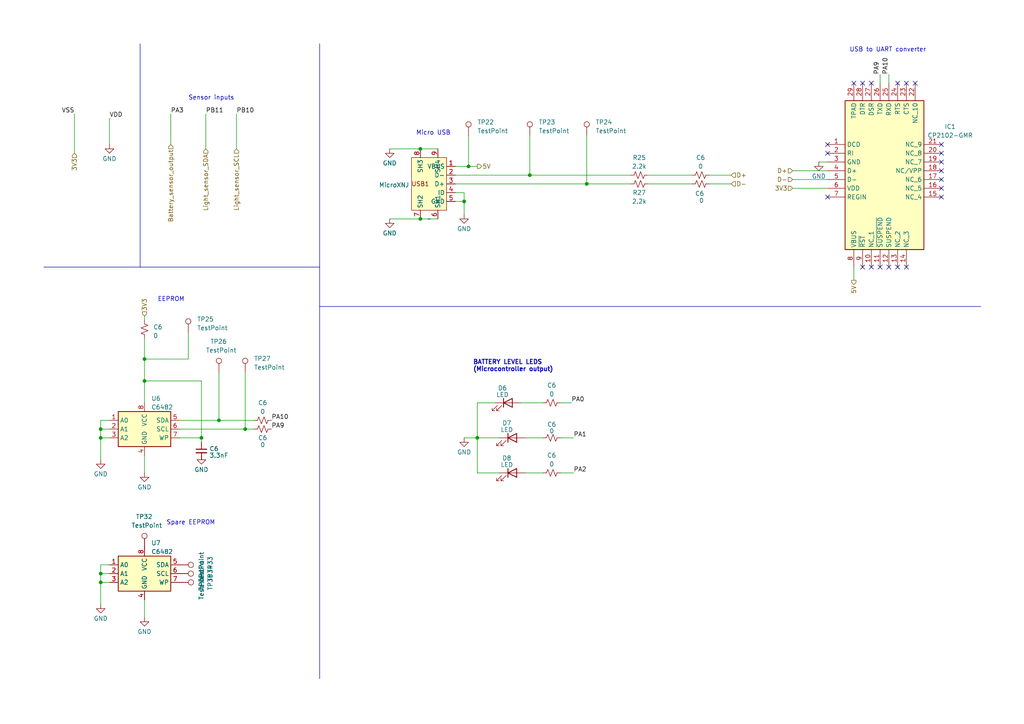
<source format=kicad_sch>
(kicad_sch (version 20230121) (generator eeschema)
  (paper "A4")
  (title_block (title "MICROCONTROLLER") (date "2023-03-13") (rev "2") (company "UCT") (comment 1 "Author: Murray Inglis"))
  (lib_symbols
    (symbol "Connector:TestPoint" (pin_numbers hide) (pin_names (offset 0.762) hide)
      (property "Reference" "TP" (at 0 6.858 0))
      (property "Value" "TestPoint" (at 0 5.08 0))
      (symbol "TestPoint_0_1"
        (circle (center 0 3.302) (radius 0.762))
      )
      (symbol "TestPoint_1_1"
        (pin passive line (at 0 0 90) (length 2.54) (name "1") (number "1"))
      )
    )
    (symbol "DEBUGGER:CP2102-GMR"
      (property "Reference" "IC" (at 29.21 17.78 0))
      (property "Value" "CP2102-GMR" (at 29.21 15.24 0))
      (symbol "CP2102-GMR_1_1"
        (rectangle (start 5.08 12.7) (end 27.94 -30.48) (stroke (width 0.254)) (fill (type background)))
        (pin passive line (at 0 0 0) (length 5.08) (name "DCD") (number "1"))
        (pin passive line (at 12.7 -35.56 90) (length 5.08) (name "NC_1") (number "10"))
        (pin passive line (at 15.24 -35.56 90) (length 5.08) (name "~{SUSPEND}") (number "11"))
        (pin passive line (at 17.78 -35.56 90) (length 5.08) (name "SUSPEND") (number "12"))
        (pin passive line (at 20.32 -35.56 90) (length 5.08) (name "NC_2") (number "13"))
        (pin passive line (at 22.86 -35.56 90) (length 5.08) (name "NC_3") (number "14"))
        (pin passive line (at 33.02 -15.24 180) (length 5.08) (name "NC_4") (number "15"))
        (pin passive line (at 33.02 -12.7 180) (length 5.08) (name "NC_5") (number "16"))
        (pin passive line (at 33.02 -10.16 180) (length 5.08) (name "NC_6") (number "17"))
        (pin passive line (at 33.02 -7.62 180) (length 5.08) (name "NC/VPP") (number "18"))
        (pin passive line (at 33.02 -5.08 180) (length 5.08) (name "NC_7") (number "19"))
        (pin passive line (at 0 -2.54 0) (length 5.08) (name "RI") (number "2"))
        (pin passive line (at 33.02 -2.54 180) (length 5.08) (name "NC_8") (number "20"))
        (pin passive line (at 33.02 0 180) (length 5.08) (name "NC_9") (number "21"))
        (pin passive line (at 25.4 17.78 270) (length 5.08) (name "NC_10") (number "22"))
        (pin passive line (at 22.86 17.78 270) (length 5.08) (name "CTS") (number "23"))
        (pin passive line (at 20.32 17.78 270) (length 5.08) (name "RTS") (number "24"))
        (pin passive line (at 17.78 17.78 270) (length 5.08) (name "RXD") (number "25"))
        (pin passive line (at 15.24 17.78 270) (length 5.08) (name "TXD") (number "26"))
        (pin passive line (at 12.7 17.78 270) (length 5.08) (name "DSR") (number "27"))
        (pin passive line (at 10.16 17.78 270) (length 5.08) (name "DTR") (number "28"))
        (pin passive line (at 7.62 17.78 270) (length 5.08) (name "TPAD") (number "29"))
        (pin passive line (at 0 -5.08 0) (length 5.08) (name "GND") (number "3"))
        (pin passive line (at 0 -7.62 0) (length 5.08) (name "D+") (number "4"))
        (pin passive line (at 0 -10.16 0) (length 5.08) (name "D-") (number "5"))
        (pin passive line (at 0 -12.7 0) (length 5.08) (name "VDD") (number "6"))
        (pin passive line (at 0 -15.24 0) (length 5.08) (name "REGIN") (number "7"))
        (pin passive line (at 7.62 -35.56 90) (length 5.08) (name "VBUS") (number "8"))
        (pin passive line (at 10.16 -35.56 90) (length 5.08) (name "~{RST}") (number "9"))
      )
    )
    (symbol "DEBUGGER:Micro_usb"
      (property "Reference" "U" (at 0 0 0))
      (symbol "Micro_usb_0_1"
        (rectangle (start -5.08 -2.54) (end 5.08 -17.78) (fill (type background)))
        (text "USB1" (at 2.54 -10.16 0) (effects (font (size 1.27 1.27))))
      )
      (symbol "Micro_usb_1_1"
        (pin input line (at -7.62 -15.24 0) (length 2.54) (name "VBUS") (number "1"))
        (pin input line (at -7.62 -12.7 0) (length 2.54) (name "D-") (number "2"))
        (pin input line (at -7.62 -10.16 0) (length 2.54) (name "D+") (number "3"))
        (pin input line (at -7.62 -7.62 0) (length 2.54) (name "ID") (number "4"))
        (pin input line (at -7.62 -5.08 0) (length 2.54) (name "GND") (number "5"))
        (pin input line (at -2.54 0 270) (length 2.54) (name "SH1") (number "6"))
        (pin input line (at 2.54 0 270) (length 2.54) (name "SH2") (number "7"))
        (pin input line (at 2.54 -20.32 90) (length 2.54) (name "SH3") (number "8"))
        (pin input line (at -2.54 -20.32 90) (length 2.54) (name "SH4") (number "9"))
      )
    )
    (symbol "Device:C_Small" (pin_numbers hide) (pin_names (offset 0.254) hide)
      (property "Reference" "C" (at 0.254 1.778 0))
      (property "Value" "C_Small" (at 0.254 -2.032 0))
      (symbol "C_Small_0_1"
        (polyline (pts (xy -1.524 -0.508) (xy 1.524 -0.508)) (stroke (width 0.3302)))
        (polyline (pts (xy -1.524 0.508) (xy 1.524 0.508)) (stroke (width 0.3048)))
      )
      (symbol "C_Small_1_1"
        (pin passive line (at 0 2.54 270) (length 2.032) (name "~") (number "1"))
        (pin passive line (at 0 -2.54 90) (length 2.032) (name "~") (number "2"))
      )
    )
    (symbol "Device:LED" (pin_numbers hide) (pin_names (offset 1.016) hide)
      (property "Reference" "D" (at 0 2.54 0))
      (property "Value" "LED" (at 0 -2.54 0))
      (symbol "LED_0_1"
        (polyline (pts (xy -1.27 -1.27) (xy -1.27 1.27)) (stroke (width 0.254)))
        (polyline (pts (xy -1.27 0) (xy 1.27 0)))
        (polyline (pts (xy 1.27 -1.27) (xy 1.27 1.27) (xy -1.27 0) (xy 1.27 -1.27)) (stroke (width 0.254)))
        (polyline (pts (xy -3.048 -0.762) (xy -4.572 -2.286) (xy -3.81 -2.286) (xy -4.572 -2.286) (xy -4.572 -1.524)))
        (polyline (pts (xy -1.778 -0.762) (xy -3.302 -2.286) (xy -2.54 -2.286) (xy -3.302 -2.286) (xy -3.302 -1.524)))
      )
      (symbol "LED_1_1"
        (pin passive line (at -3.81 0 0) (length 2.54) (name "K") (number "1"))
        (pin passive line (at 3.81 0 180) (length 2.54) (name "A") (number "2"))
      )
    )
    (symbol "Device:R_Small_US" (pin_numbers hide) (pin_names (offset 0.254) hide)
      (property "Reference" "R" (at 0.762 0.508 0))
      (property "Value" "R_Small_US" (at 0.762 -1.016 0))
      (symbol "R_Small_US_1_1"
        (polyline (pts (xy 0 0) (xy 1.016 -0.381) (xy 0 -0.762) (xy -1.016 -1.143) (xy 0 -1.524)))
        (polyline (pts (xy 0 1.524) (xy 1.016 1.143) (xy 0 0.762) (xy -1.016 0.381) (xy 0 0)))
        (pin passive line (at 0 2.54 270) (length 1.016) (name "~") (number "1"))
        (pin passive line (at 0 -2.54 90) (length 1.016) (name "~") (number "2"))
      )
    )
    (symbol "Memory_EEPROM:24LC08"
      (property "Reference" "U" (at -6.35 6.35 0))
      (property "Value" "24LC08" (at 1.27 6.35 0))
      (symbol "24LC08_1_1"
        (rectangle (start -7.62 5.08) (end 7.62 -5.08) (stroke (width 0.254)) (fill (type background)))
        (pin input line (at -10.16 2.54 0) (length 2.54) (name "A0") (number "1"))
        (pin input line (at -10.16 0 0) (length 2.54) (name "A1") (number "2"))
        (pin input line (at -10.16 -2.54 0) (length 2.54) (name "A2") (number "3"))
        (pin power_in line (at 0 -7.62 90) (length 2.54) (name "GND") (number "4"))
        (pin bidirectional line (at 10.16 2.54 180) (length 2.54) (name "SDA") (number "5"))
        (pin input line (at 10.16 0 180) (length 2.54) (name "SCL") (number "6"))
        (pin input line (at 10.16 -2.54 180) (length 2.54) (name "WP") (number "7"))
        (pin power_in line (at 0 7.62 270) (length 2.54) (name "VCC") (number "8"))
      )
    )
    (symbol "power:GND" (power) (pin_names (offset 0))
      (property "Value" "GND" (at 0 -3.81 0))
      (symbol "GND_0_1"
        (polyline (pts (xy 0 0) (xy 0 -1.27) (xy 1.27 -1.27) (xy 0 -2.54) (xy -1.27 -1.27) (xy 0 -1.27)))
      )
      (symbol "GND_1_1"
        (pin power_in line (at 0 0 270) (length 0) hide (name "GND") (number "1"))
      )
    )
  )
  (junction (at 71.12 124.46))
  (junction (at 121.92 43.18))
  (junction (at 170.18 53.34))
  (junction (at 29.21 168.91))
  (junction (at 41.91 104.14))
  (junction (at 121.92 63.5))
  (junction (at 134.62 58.42))
  (junction (at 135.89 48.26))
  (junction (at 63.5 121.92))
  (junction (at 29.21 127))
  (junction (at 58.42 127))
  (junction (at 138.43 127))
  (junction (at 153.67 50.8))
  (junction (at 29.21 166.37))
  (junction (at 41.91 110.49))
  (junction (at 29.21 124.46))
  (no_connect (at 240.03 57.15))
  (no_connect (at 240.03 41.91))
  (no_connect (at 273.05 52.07))
  (no_connect (at 250.19 24.13))
  (no_connect (at 260.35 77.47))
  (no_connect (at 273.05 49.53))
  (no_connect (at 260.35 24.13))
  (no_connect (at 255.27 77.47))
  (no_connect (at 262.89 77.47))
  (no_connect (at 273.05 46.99))
  (no_connect (at 247.65 24.13))
  (no_connect (at 250.19 77.47))
  (no_connect (at 273.05 54.61))
  (no_connect (at 265.43 24.13))
  (no_connect (at 252.73 24.13))
  (no_connect (at 273.05 41.91))
  (no_connect (at 273.05 44.45))
  (no_connect (at 262.89 24.13))
  (no_connect (at 240.03 44.45))
  (no_connect (at 252.73 77.47))
  (no_connect (at 273.05 57.15))
  (no_connect (at 257.81 77.47))
  (wire (pts (xy 49.53 33.02) (xy 49.53 41.91)))
  (wire (pts (xy 54.61 96.52) (xy 54.61 104.14)))
  (wire (pts (xy 29.21 127) (xy 31.75 127)))
  (polyline (pts (xy 40.64 12.7) (xy 40.64 77.47)))
  (wire (pts (xy 162.56 127) (xy 166.37 127)))
  (wire (pts (xy 144.78 137.16) (xy 138.43 137.16)))
  (wire (pts (xy 132.08 58.42) (xy 134.62 58.42)))
  (wire (pts (xy 134.62 127) (xy 138.43 127)))
  (wire (pts (xy 63.5 121.92) (xy 73.66 121.92)))
  (wire (pts (xy 71.12 107.95) (xy 71.12 124.46)))
  (wire (pts (xy 58.42 110.49) (xy 58.42 127)))
  (wire (pts (xy 113.03 43.18) (xy 121.92 43.18)))
  (wire (pts (xy 41.91 104.14) (xy 41.91 110.49)))
  (polyline (pts (xy 92.71 88.9) (xy 284.48 88.9)))
  (polyline (pts (xy 12.7 77.47) (xy 92.71 77.47)))
  (wire (pts (xy 31.75 121.92) (xy 29.21 121.92)))
  (wire (pts (xy 121.92 43.18) (xy 127 43.18)))
  (polyline (pts (xy 92.71 77.47) (xy 92.71 88.9)))
  (wire (pts (xy 21.59 44.45) (xy 21.59 33.02)))
  (wire (pts (xy 247.65 77.47) (xy 247.65 81.28)))
  (wire (pts (xy 162.56 116.84) (xy 165.735 116.84)))
  (wire (pts (xy 41.91 91.694) (xy 41.91 92.964)))
  (wire (pts (xy 41.91 104.14) (xy 54.61 104.14)))
  (wire (pts (xy 121.92 63.5) (xy 127 63.5)))
  (wire (pts (xy 58.42 132.08) (xy 58.42 133.35)))
  (wire (pts (xy 41.91 110.49) (xy 58.42 110.49)))
  (wire (pts (xy 187.96 53.34) (xy 200.66 53.34)))
  (wire (pts (xy 71.12 124.46) (xy 73.66 124.46)))
  (wire (pts (xy 113.03 63.5) (xy 121.92 63.5)))
  (wire (pts (xy 29.21 127) (xy 29.21 133.35)))
  (wire (pts (xy 132.08 48.26) (xy 135.89 48.26)))
  (wire (pts (xy 132.08 55.88) (xy 134.62 55.88)))
  (wire (pts (xy 29.21 121.92) (xy 29.21 124.46)))
  (wire (pts (xy 52.07 127) (xy 58.42 127)))
  (wire (pts (xy 29.21 168.91) (xy 31.75 168.91)))
  (polyline (pts (xy 92.71 88.9) (xy 92.71 196.85)))
  (wire (pts (xy 162.56 137.16) (xy 166.37 137.16)))
  (wire (pts (xy 205.74 50.8) (xy 212.09 50.8)))
  (wire (pts (xy 152.4 127) (xy 157.48 127)))
  (wire (pts (xy 68.58 33.02) (xy 68.58 43.18)))
  (wire (pts (xy 29.21 163.83) (xy 29.21 166.37)))
  (wire (pts (xy 257.81 21.59) (xy 257.81 24.13)))
  (wire (pts (xy 170.18 39.37) (xy 170.18 53.34)))
  (wire (pts (xy 52.07 124.46) (xy 71.12 124.46)))
  (wire (pts (xy 31.75 34.29) (xy 31.75 41.91)))
  (wire (pts (xy 229.87 54.61) (xy 240.03 54.61)))
  (wire (pts (xy 41.91 173.99) (xy 41.91 179.07)))
  (wire (pts (xy 151.13 116.84) (xy 157.48 116.84)))
  (wire (pts (xy 138.43 127) (xy 138.43 116.84)))
  (wire (pts (xy 58.42 127) (xy 58.42 128.27)))
  (wire (pts (xy 152.4 137.16) (xy 157.48 137.16)))
  (wire (pts (xy 31.75 163.83) (xy 29.21 163.83)))
  (wire (pts (xy 134.62 58.42) (xy 134.62 62.23)))
  (wire (pts (xy 59.69 33.02) (xy 59.69 43.18)))
  (polyline (pts (xy 92.71 12.7) (xy 92.71 77.47)))
  (wire (pts (xy 135.89 48.26) (xy 138.43 48.26)))
  (wire (pts (xy 29.21 168.91) (xy 29.21 175.26)))
  (wire (pts (xy 144.78 127) (xy 138.43 127)))
  (wire (pts (xy 29.21 166.37) (xy 29.21 168.91)))
  (wire (pts (xy 138.43 137.16) (xy 138.43 127)))
  (wire (pts (xy 135.89 39.37) (xy 135.89 48.26)))
  (wire (pts (xy 41.91 132.08) (xy 41.91 137.16)))
  (wire (pts (xy 187.96 50.8) (xy 200.66 50.8)))
  (wire (pts (xy 153.67 39.37) (xy 153.67 50.8)))
  (wire (pts (xy 134.62 55.88) (xy 134.62 58.42)))
  (wire (pts (xy 29.21 124.46) (xy 31.75 124.46)))
  (wire (pts (xy 29.21 166.37) (xy 31.75 166.37)))
  (wire (pts (xy 153.67 50.8) (xy 182.88 50.8)))
  (wire (pts (xy 63.5 107.95) (xy 63.5 121.92)))
  (wire (pts (xy 41.91 98.044) (xy 41.91 104.14)))
  (wire (pts (xy 170.18 53.34) (xy 182.88 53.34)))
  (wire (pts (xy 29.21 124.46) (xy 29.21 127)))
  (wire (pts (xy 132.08 50.8) (xy 153.67 50.8)))
  (wire (pts (xy 41.91 110.49) (xy 41.91 116.84)))
  (wire (pts (xy 52.07 121.92) (xy 63.5 121.92)))
  (wire (pts (xy 229.87 52.07) (xy 240.03 52.07)))
  (wire (pts (xy 237.49 46.99) (xy 240.03 46.99)))
  (wire (pts (xy 132.08 53.34) (xy 170.18 53.34)))
  (wire (pts (xy 255.27 21.59) (xy 255.27 24.13)))
  (wire (pts (xy 205.74 53.34) (xy 212.09 53.34)))
  (wire (pts (xy 138.43 116.84) (xy 143.51 116.84)))
  (wire (pts (xy 229.87 49.53) (xy 240.03 49.53)))
  (text "USB to UART converter\n" (at 246.38 15.24 0) (effects (font (size 1.27 1.27)) (justify left bottom)))
  (text "EEPROM" (at 45.72 87.63 0) (effects (font (size 1.27 1.27)) (justify left bottom)))
  (text "Sensor inputs\n" (at 54.61 29.21 0) (effects (font (size 1.27 1.27)) (justify left bottom)))
  (text "BATTERY LEVEL LEDS\n(Microcontroller output)\n" (at 137.16 107.95 0) (effects (font (size 1.27 1.27) bold) (justify left bottom)))
  (text "Micro USB" (at 120.65 39.37 0) (effects (font (size 1.27 1.27)) (justify left bottom)))
  (text "Spare EEPROM" (at 48.26 152.4 0) (effects (font (size 1.27 1.27)) (justify left bottom)))
  (label "PA9" (at 78.74 124.46 0))
  (label "PA0" (at 165.735 116.84 0))
  (label "VSS" (at 21.59 33.02 180))
  (label "PA3" (at 49.53 33.02 0))
  (label "VDD" (at 31.75 34.29 0))
  (label "PB11" (at 59.69 33.02 0))
  (label "PA9" (at 255.27 21.59 90))
  (label "PB10" (at 68.58 33.02 0))
  (label "PA10" (at 257.81 21.59 90))
  (label "PA10" (at 78.74 121.92 0))
  (label "PA1" (at 166.37 127 0))
  (label "PA2" (at 166.37 137.16 0))
  (hierarchical_label "D-" (shape input) (at 212.09 53.34 0))
  (hierarchical_label "3V3" (shape input) (at 41.91 91.694 90))
  (hierarchical_label "Light_sensor_SDA" (shape input) (at 59.69 43.18 270))
  (hierarchical_label "5V" (shape output) (at 247.65 81.28 270))
  (hierarchical_label "D-" (shape input) (at 229.87 52.07 180))
  (hierarchical_label "3V3" (shape input) (at 21.59 44.45 270))
  (hierarchical_label "5V" (shape output) (at 138.43 48.26 0))
  (hierarchical_label "Light_sensor_SCL" (shape input) (at 68.58 43.18 270))
  (hierarchical_label "3V3" (shape input) (at 229.87 54.61 180))
  (hierarchical_label "Battery_sensor_output" (shape input) (at 49.53 41.91 270))
  (hierarchical_label "D+" (shape input) (at 229.87 49.53 180))
  (hierarchical_label "D+" (shape input) (at 212.09 50.8 0))
  (symbol (lib_id "power:GND") (at 31.75 41.91 0) (unit 1)
    (property "Reference" "#PWR09" (effects hide))
    (property "Value" "GND" (at 31.75 46.0455 0))
  )
  (symbol (lib_id "power:GND") (at 29.21 133.35 0) (unit 1)
    (property "Reference" "#PWR016" (effects hide))
    (property "Value" "GND" (at 29.21 137.4855 0))
  )
  (symbol (lib_id "Device:R_Small_US") (at 160.02 137.16 90) (unit 1)
    (property "Reference" "C6" (at 160.02 132.08 90))
    (property "Value" "0" (at 160.02 134.62 90))
    (property "PART " "    C4177" (effects hide))
    (property "Unit Price" "0.0012" (effects hide))
    (instances (project "SCHEMATICS" (path "" (reference "C6") (unit 1)) (path "" (reference "C8") (unit 1)) (path "" (reference "R31") (unit 1))))
  )
  (symbol (lib_id "Device:R_Small_US") (at 203.2 53.34 90) (unit 1)
    (property "Reference" "C6" (at 202.946 56.134 90))
    (property "Value" "0" (at 203.454 58.166 90))
    (property "PART " "    C4177" (effects hide))
    (property "Unit Price" "0.0012" (effects hide))
    (instances (project "SCHEMATICS" (path "" (reference "C6") (unit 1)) (path "" (reference "C8") (unit 1)) (path "" (reference "R28") (unit 1))))
  )
  (symbol (lib_id "Memory_EEPROM:24LC08") (at 41.91 124.46 0) (unit 1)
    (property "Reference" "U6" (at 43.8659 115.57 0) (effects (justify left)))
    (property "Value" "C6482" (at 43.8659 118.11 0) (effects (justify left)))
    (property "Datasheet" "http://ww1.microchip.com/downloads/en/DeviceDoc/21710J.pdf" (effects hide))
    (property "Extended" "YES" (effects hide))
    (property "Unit Price" "0.0920" (effects hide))
    (property "PART " "C2987267" (effects hide))
  )
  (symbol (lib_id "Device:R_Small_US") (at 41.91 95.504 180) (unit 1)
    (property "Reference" "C6" (at 44.45 94.869 0) (effects (justify right)))
    (property "Value" "0" (at 44.45 97.409 0) (effects (justify right)))
    (property "PART " "    C4177" (effects hide))
    (property "Unit Price" "0.0012" (effects hide))
    (instances (project "SCHEMATICS" (path "" (reference "C6") (unit 1)) (path "" (reference "C8") (unit 1)) (path "" (reference "R34") (unit 1))))
  )
  (symbol (lib_id "power:GND") (at 134.62 127 0) (unit 1)
    (property "Reference" "#PWR019" (effects hide))
    (property "Value" "GND" (at 134.62 131.1355 0))
  )
  (symbol (lib_id "Connector:TestPoint") (at 153.67 39.37 0) (unit 1)
    (property "Reference" "TP23" (at 156.21 35.433 0) (effects (justify left)))
    (property "Value" "TestPoint" (at 156.21 37.973 0) (effects (justify left)))
    (property "PART " "    TP23" (effects hide))
  )
  (symbol (lib_id "Device:R_Small_US") (at 76.2 124.46 90) (unit 1)
    (property "Reference" "C6" (at 76.2 127 90))
    (property "Value" "0" (at 76.2 129.032 90))
    (property "PART " "    C4177" (effects hide))
    (property "Unit Price" "0.0012" (effects hide))
    (instances (project "SCHEMATICS" (path "" (reference "C6") (unit 1)) (path "" (reference "C8") (unit 1)) (path "" (reference "R33") (unit 1))))
  )
  (symbol (lib_id "power:GND") (at 29.21 175.26 0) (unit 1)
    (property "Reference" "#PWR03" (effects hide))
    (property "Value" "GND" (at 29.21 179.3955 0))
  )
  (symbol (lib_id "Device:R_Small_US") (at 185.42 53.34 90) (unit 1)
    (property "Reference" "R27" (at 185.42 55.88 90))
    (property "Value" "2.2k" (at 185.42 58.42 90))
    (property "PART " "    C17520" (effects hide))
    (property "Unit Price" "0.0017" (effects hide))
  )
  (symbol (lib_id "Device:R_Small_US") (at 160.02 116.84 90) (unit 1)
    (property "Reference" "C6" (at 160.02 111.76 90))
    (property "Value" "0" (at 160.02 114.3 90))
    (property "PART " "    C4177" (effects hide))
    (property "Unit Price" "0.0012" (effects hide))
    (instances (project "SCHEMATICS" (path "" (reference "C6") (unit 1)) (path "" (reference "C8") (unit 1)) (path "" (reference "R29") (unit 1))))
  )
  (symbol (lib_id "Device:R_Small_US") (at 76.2 121.92 90) (unit 1)
    (property "Reference" "C6" (at 76.2 116.84 90))
    (property "Value" "0" (at 76.2 119.38 90))
    (property "PART " "    C4177" (effects hide))
    (property "Unit Price" "0.0012" (effects hide))
    (instances (project "SCHEMATICS" (path "" (reference "C6") (unit 1)) (path "" (reference "C8") (unit 1)) (path "" (reference "R32") (unit 1))))
  )
  (symbol (lib_id "Device:LED") (at 147.32 116.84 0) (unit 1)
    (property "Reference" "D6" (at 145.7325 112.5601 0))
    (property "Value" "LED" (at 145.7325 114.4811 0))
    (property "Unit Price" "0.0054" (effects hide))
    (property "PART " "    C2286" (effects hide))
  )
  (symbol (lib_id "DEBUGGER:CP2102-GMR") (at 240.03 41.91 0) (unit 1)
    (property "Reference" "IC1" (at 275.59 36.7283 0))
    (property "Value" "CP2102-GMR" (at 275.59 39.2683 0))
    (property "Footprint" "QFN50P500X500X100-29N-D" (effects hide))
    (property "Datasheet" "https://www.silabs.com/Support%20Documents/TechnicalDocs/CP2102-9.pdf" (effects hide))
    (property "Height" "1" (effects hide))
    (property "Manufacturer_Name" "Silicon Labs" (effects hide))
    (property "Manufacturer_Part_Number" "CP2102-GMR" (effects hide))
    (property "Mouser Part Number" "634-CP2102-GMR" (effects hide))
    (property "Mouser Price/Stock" "https://www.mouser.co.uk/ProductDetail/Silicon-Labs/CP2102-GMR?qs=cNyzPCcHMUWu%2FiPhR8KQAw%3D%3D" (effects hide))
    (property "Arrow Part Number" "CP2102-GMR" (effects hide))
    (property "Arrow Price/Stock" "https://www.arrow.com/en/products/cp2102-gmr/silicon-labs?region=nac" (effects hide))
  )
  (symbol (lib_id "power:GND") (at 41.91 179.07 0) (unit 1)
    (property "Reference" "#PWR04" (effects hide))
    (property "Value" "GND" (at 41.91 183.2055 0))
  )
  (symbol (lib_id "Device:C_Small") (at 58.42 130.81 0) (unit 1)
    (property "Reference" "C6" (at 60.7441 130.1726 0) (effects (justify left)))
    (property "Value" "3.3nF" (at 60.7441 132.0936 0) (effects (justify left)))
    (property "Unit Price" "0.0058" (effects hide))
    (property "PART " "    C1613" (effects hide))
  )
  (symbol (lib_id "Connector:TestPoint") (at 135.89 39.37 0) (unit 1)
    (property "Reference" "TP22" (at 138.43 35.433 0) (effects (justify left)))
    (property "Value" "TestPoint" (at 138.43 37.973 0) (effects (justify left)))
    (property "PART " "    TP22" (effects hide))
  )
  (symbol (lib_id "power:GND") (at 134.62 62.23 0) (unit 1)
    (property "Reference" "#PWR011" (effects hide))
    (property "Value" "GND" (at 134.62 66.3655 0))
  )
  (symbol (lib_id "Connector:TestPoint") (at 52.07 163.83 270) (unit 1)
    (property "Reference" "TP33" (at 60.96 161.29 0) (effects (justify left)))
    (property "Value" "TestPoint" (at 58.42 160.02 0) (effects (justify left)))
    (property "PART " "    TP26" (effects hide))
  )
  (symbol (lib_id "Device:R_Small_US") (at 185.42 50.8 90) (unit 1)
    (property "Reference" "R25" (at 185.42 45.72 90))
    (property "Value" "2.2k" (at 185.42 48.26 90))
    (property "PART " "    C17520" (effects hide))
    (property "Unit Price" "0.0017" (effects hide))
  )
  (symbol (lib_id "power:GND") (at 113.03 63.5 0) (unit 1)
    (property "Reference" "#PWR013" (effects hide))
    (property "Value" "GND" (at 113.03 67.6355 0))
  )
  (symbol (lib_id "Device:R_Small_US") (at 203.2 50.8 90) (unit 1)
    (property "Reference" "C6" (at 203.2 45.72 90))
    (property "Value" "0" (at 203.2 48.26 90))
    (property "PART " "    C4177" (effects hide))
    (property "Unit Price" "0.0012" (effects hide))
    (instances (project "SCHEMATICS" (path "" (reference "C6") (unit 1)) (path "" (reference "C8") (unit 1)) (path "" (reference "R26") (unit 1))))
  )
  (symbol (lib_id "power:GND") (at 58.42 132.08 0) (unit 1)
    (property "Reference" "#PWR015" (effects hide))
    (property "Value" "GND" (at 58.42 136.2155 0))
  )
  (symbol (lib_id "power:GND") (at 113.03 43.18 0) (unit 1)
    (property "Reference" "#PWR012" (effects hide))
    (property "Value" "GND" (at 113.03 47.3155 0))
  )
  (symbol (lib_id "Connector:TestPoint") (at 52.07 166.37 270) (unit 1)
    (property "Reference" "TP34" (at 60.96 163.83 0) (effects (justify left)))
    (property "Value" "TestPoint" (at 58.42 162.56 0) (effects (justify left)))
    (property "PART " "    TP26" (effects hide))
  )
  (symbol (lib_id "Connector:TestPoint") (at 170.18 39.37 0) (unit 1)
    (property "Reference" "TP24" (at 172.72 35.433 0) (effects (justify left)))
    (property "Value" "TestPoint" (at 172.72 37.973 0) (effects (justify left)))
    (property "PART " "    TP24" (effects hide))
  )
  (symbol (lib_id "Device:LED") (at 148.59 137.16 0) (unit 1)
    (property "Reference" "D8" (at 147.0025 132.8801 0))
    (property "Value" "LED" (at 147.0025 134.8011 0))
    (property "Unit Price" "0.0054" (effects hide))
    (property "PART " "    C2286" (effects hide))
  )
  (symbol (lib_id "Connector:TestPoint") (at 52.07 168.91 270) (unit 1)
    (property "Reference" "TP35" (at 60.96 166.37 0) (effects (justify left)))
    (property "Value" "TestPoint" (at 58.42 165.1 0) (effects (justify left)))
    (property "PART " "    TP26" (effects hide))
  )
  (symbol (lib_id "Connector:TestPoint") (at 41.91 158.75 0) (unit 1)
    (property "Reference" "TP32" (at 39.37 149.86 0) (effects (justify left)))
    (property "Value" "TestPoint" (at 38.1 152.4 0) (effects (justify left)))
    (property "PART " "    TP26" (effects hide))
  )
  (symbol (lib_id "power:GND") (at 237.49 46.99 0) (unit 1)
    (property "Reference" "#PWR01" (effects hide))
    (property "Value" "GND" (at 237.49 51.1255 0))
  )
  (symbol (lib_id "Device:R_Small_US") (at 160.02 127 90) (unit 1)
    (property "Reference" "C6" (at 160.02 123.1011 90))
    (property "Value" "0" (at 160.02 125.0221 90))
    (property "PART " "    C4177" (effects hide))
    (property "Unit Price" "0.0012" (effects hide))
    (instances (project "SCHEMATICS" (path "" (reference "C6") (unit 1)) (path "" (reference "C8") (unit 1)) (path "" (reference "R30") (unit 1))))
  )
  (symbol (lib_id "power:GND") (at 41.91 137.16 0) (unit 1)
    (property "Reference" "#PWR014" (effects hide))
    (property "Value" "GND" (at 41.91 141.2955 0))
  )
  (symbol (lib_id "DEBUGGER:Micro_usb") (at 124.46 63.5 180) (unit 1)
    (property "Reference" "MicroXNJ" (at 118.7037 53.6568 0) (effects (justify left)))
    (property "Value" "~" (at 124.46 63.5 0))
    (property "Extended" "YES" (effects hide))
    (property "Unit Price" "0.0333" (effects hide))
    (property "PART " "    C404969" (effects hide))
  )
  (symbol (lib_id "Connector:TestPoint") (at 63.5 107.95 0) (unit 1)
    (property "Reference" "TP26" (at 60.96 99.06 0) (effects (justify left)))
    (property "Value" "TestPoint" (at 59.69 101.6 0) (effects (justify left)))
    (property "PART " "    TP26" (effects hide))
  )
  (symbol (lib_id "Device:LED") (at 148.59 127 0) (unit 1)
    (property "Reference" "D7" (at 147.0025 122.7201 0))
    (property "Value" "LED" (at 147.0025 124.6411 0))
    (property "Unit Price" "0.0054" (effects hide))
    (property "PART " "    C2286" (effects hide))
  )
  (symbol (lib_id "Memory_EEPROM:24LC08") (at 41.91 166.37 0) (unit 1)
    (property "Reference" "U7" (at 43.8659 157.48 0) (effects (justify left)))
    (property "Value" "C6482" (at 43.8659 160.02 0) (effects (justify left)))
    (property "Datasheet" "http://ww1.microchip.com/downloads/en/DeviceDoc/21710J.pdf" (effects hide))
    (property "Extended" "YES" (effects hide))
    (property "Unit Price" "0.0920" (effects hide))
    (property "PART " "C2987267" (effects hide))
  )
  (symbol (lib_id "Connector:TestPoint") (at 71.12 107.95 0) (unit 1)
    (property "Reference" "TP27" (at 73.66 104.013 0) (effects (justify left)))
    (property "Value" "TestPoint" (at 73.66 106.553 0) (effects (justify left)))
    (property "PART " "    TP27" (effects hide))
  )
  (symbol (lib_id "Connector:TestPoint") (at 54.61 96.52 0) (unit 1)
    (property "Reference" "TP25" (at 57.15 92.583 0) (effects (justify left)))
    (property "Value" "TestPoint" (at 57.15 95.123 0) (effects (justify left)))
    (property "PART " "    TP25" (effects hide))
  )
)
</source>
